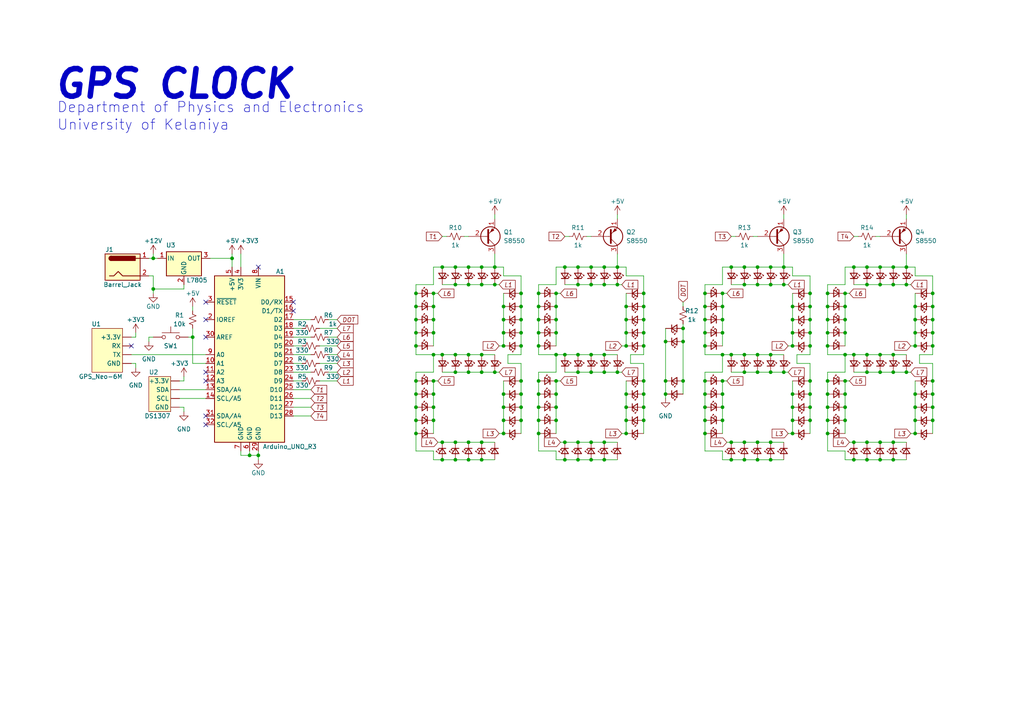
<source format=kicad_sch>
(kicad_sch (version 20211123) (generator eeschema)
  (paper "A4")
  (title_block (title "GPS CLOCK") (date "2022-02-22") (rev "R1") (company "University of Kelaniya") (comment 1 "Department of Physics and Electronics") (comment 2 "version: 1.0") (comment 3 "Description: The clock automatically synchronizes its time once everyday with the GPS time") (comment 4 "Project Name: GPS CLOCK"))
  (junction (at 240.03 96.52))
  (junction (at 151.13 114.3))
  (junction (at 215.9 133.35))
  (junction (at 167.64 107.95))
  (junction (at 186.69 92.71))
  (junction (at 143.51 82.55))
  (junction (at 209.55 121.92))
  (junction (at 156.21 114.3))
  (junction (at 234.95 88.9))
  (junction (at 215.9 102.87))
  (junction (at 156.21 96.52))
  (junction (at 247.65 128.27))
  (junction (at 209.55 110.49))
  (junction (at 161.29 88.9))
  (junction (at 163.83 102.87))
  (junction (at 125.73 118.11))
  (junction (at 181.61 96.52))
  (junction (at 270.51 92.71))
  (junction (at 209.55 88.9))
  (junction (at 143.51 77.47))
  (junction (at 120.65 118.11))
  (junction (at 223.52 77.47))
  (junction (at 175.26 133.35))
  (junction (at 259.08 82.55))
  (junction (at 135.89 107.95))
  (junction (at 175.26 128.27))
  (junction (at 270.51 121.92))
  (junction (at 132.08 82.55))
  (junction (at 186.69 110.49))
  (junction (at 265.43 92.71))
  (junction (at 171.45 128.27))
  (junction (at 245.11 121.92))
  (junction (at 186.69 114.3))
  (junction (at 227.33 82.55))
  (junction (at 156.21 110.49))
  (junction (at 240.03 88.9))
  (junction (at 251.46 82.55))
  (junction (at 223.52 107.95))
  (junction (at 132.08 128.27))
  (junction (at 44.45 74.93))
  (junction (at 171.45 102.87))
  (junction (at 245.11 110.49))
  (junction (at 186.69 88.9))
  (junction (at 204.47 110.49))
  (junction (at 262.89 82.55))
  (junction (at 255.27 77.47))
  (junction (at 120.65 100.33))
  (junction (at 181.61 100.33))
  (junction (at 167.64 102.87))
  (junction (at 198.12 110.49))
  (junction (at 223.52 128.27))
  (junction (at 240.03 85.09))
  (junction (at 135.89 133.35))
  (junction (at 146.05 96.52))
  (junction (at 161.29 121.92))
  (junction (at 270.51 88.9))
  (junction (at 215.9 107.95))
  (junction (at 151.13 88.9))
  (junction (at 240.03 92.71))
  (junction (at 44.45 83.82))
  (junction (at 265.43 114.3))
  (junction (at 125.73 96.52))
  (junction (at 135.89 77.47))
  (junction (at 156.21 125.73))
  (junction (at 227.33 77.47))
  (junction (at 245.11 85.09))
  (junction (at 167.64 77.47))
  (junction (at 229.87 121.92))
  (junction (at 161.29 85.09))
  (junction (at 270.51 85.09))
  (junction (at 128.27 77.47))
  (junction (at 255.27 102.87))
  (junction (at 204.47 100.33))
  (junction (at 223.52 133.35))
  (junction (at 229.87 92.71))
  (junction (at 204.47 92.71))
  (junction (at 265.43 125.73))
  (junction (at 259.08 102.87))
  (junction (at 219.71 107.95))
  (junction (at 198.12 95.25))
  (junction (at 151.13 118.11))
  (junction (at 128.27 102.87))
  (junction (at 251.46 133.35))
  (junction (at 161.29 110.49))
  (junction (at 259.08 133.35))
  (junction (at 181.61 88.9))
  (junction (at 234.95 118.11))
  (junction (at 163.83 133.35))
  (junction (at 219.71 102.87))
  (junction (at 167.64 133.35))
  (junction (at 234.95 110.49))
  (junction (at 171.45 133.35))
  (junction (at 215.9 128.27))
  (junction (at 139.7 107.95))
  (junction (at 262.89 77.47))
  (junction (at 125.73 110.49))
  (junction (at 139.7 128.27))
  (junction (at 161.29 114.3))
  (junction (at 229.87 118.11))
  (junction (at 156.21 85.09))
  (junction (at 132.08 102.87))
  (junction (at 151.13 85.09))
  (junction (at 251.46 102.87))
  (junction (at 146.05 88.9))
  (junction (at 229.87 96.52))
  (junction (at 67.31 74.93))
  (junction (at 181.61 114.3))
  (junction (at 151.13 92.71))
  (junction (at 125.73 85.09))
  (junction (at 234.95 85.09))
  (junction (at 128.27 128.27))
  (junction (at 223.52 102.87))
  (junction (at 209.55 102.87))
  (junction (at 265.43 100.33))
  (junction (at 132.08 77.47))
  (junction (at 212.09 77.47))
  (junction (at 270.51 114.3))
  (junction (at 247.65 77.47))
  (junction (at 186.69 96.52))
  (junction (at 175.26 102.87))
  (junction (at 120.65 96.52))
  (junction (at 215.9 82.55))
  (junction (at 219.71 133.35))
  (junction (at 259.08 77.47))
  (junction (at 240.03 114.3))
  (junction (at 181.61 118.11))
  (junction (at 135.89 82.55))
  (junction (at 179.07 82.55))
  (junction (at 245.11 92.71))
  (junction (at 247.65 102.87))
  (junction (at 219.71 77.47))
  (junction (at 251.46 77.47))
  (junction (at 212.09 102.87))
  (junction (at 255.27 82.55))
  (junction (at 204.47 85.09))
  (junction (at 204.47 125.73))
  (junction (at 120.65 121.92))
  (junction (at 193.04 114.3))
  (junction (at 240.03 125.73))
  (junction (at 270.51 110.49))
  (junction (at 209.55 85.09))
  (junction (at 186.69 118.11))
  (junction (at 234.95 96.52))
  (junction (at 151.13 121.92))
  (junction (at 240.03 118.11))
  (junction (at 234.95 114.3))
  (junction (at 255.27 107.95))
  (junction (at 156.21 100.33))
  (junction (at 125.73 121.92))
  (junction (at 240.03 110.49))
  (junction (at 132.08 133.35))
  (junction (at 186.69 85.09))
  (junction (at 262.89 107.95))
  (junction (at 204.47 96.52))
  (junction (at 209.55 96.52))
  (junction (at 146.05 92.71))
  (junction (at 181.61 121.92))
  (junction (at 146.05 100.33))
  (junction (at 234.95 92.71))
  (junction (at 251.46 107.95))
  (junction (at 171.45 77.47))
  (junction (at 156.21 118.11))
  (junction (at 247.65 133.35))
  (junction (at 223.52 82.55))
  (junction (at 163.83 128.27))
  (junction (at 229.87 88.9))
  (junction (at 265.43 96.52))
  (junction (at 175.26 82.55))
  (junction (at 171.45 107.95))
  (junction (at 120.65 125.73))
  (junction (at 212.09 133.35))
  (junction (at 146.05 118.11))
  (junction (at 161.29 92.71))
  (junction (at 132.08 107.95))
  (junction (at 204.47 114.3))
  (junction (at 229.87 125.73))
  (junction (at 151.13 110.49))
  (junction (at 209.55 118.11))
  (junction (at 259.08 128.27))
  (junction (at 251.46 128.27))
  (junction (at 245.11 88.9))
  (junction (at 234.95 100.33))
  (junction (at 229.87 114.3))
  (junction (at 167.64 128.27))
  (junction (at 240.03 100.33))
  (junction (at 55.88 97.79))
  (junction (at 156.21 121.92))
  (junction (at 151.13 100.33))
  (junction (at 139.7 102.87))
  (junction (at 186.69 100.33))
  (junction (at 139.7 133.35))
  (junction (at 143.51 107.95))
  (junction (at 120.65 92.71))
  (junction (at 204.47 121.92))
  (junction (at 179.07 77.47))
  (junction (at 209.55 114.3))
  (junction (at 227.33 107.95))
  (junction (at 120.65 85.09))
  (junction (at 219.71 128.27))
  (junction (at 161.29 96.52))
  (junction (at 135.89 102.87))
  (junction (at 245.11 118.11))
  (junction (at 120.65 114.3))
  (junction (at 198.12 99.06))
  (junction (at 171.45 82.55))
  (junction (at 270.51 96.52))
  (junction (at 151.13 96.52))
  (junction (at 245.11 96.52))
  (junction (at 204.47 118.11))
  (junction (at 193.04 110.49))
  (junction (at 265.43 121.92))
  (junction (at 139.7 82.55))
  (junction (at 181.61 125.73))
  (junction (at 234.95 121.92))
  (junction (at 125.73 92.71))
  (junction (at 245.11 102.87))
  (junction (at 72.39 132.08))
  (junction (at 139.7 77.47))
  (junction (at 125.73 102.87))
  (junction (at 125.73 114.3))
  (junction (at 74.93 132.08))
  (junction (at 209.55 92.71))
  (junction (at 259.08 107.95))
  (junction (at 135.89 128.27))
  (junction (at 240.03 121.92))
  (junction (at 219.71 82.55))
  (junction (at 120.65 88.9))
  (junction (at 204.47 88.9))
  (junction (at 167.64 82.55))
  (junction (at 125.73 88.9))
  (junction (at 215.9 77.47))
  (junction (at 193.04 99.06))
  (junction (at 181.61 92.71))
  (junction (at 175.26 107.95))
  (junction (at 161.29 118.11))
  (junction (at 175.26 77.47))
  (junction (at 128.27 133.35))
  (junction (at 156.21 88.9))
  (junction (at 245.11 114.3))
  (junction (at 265.43 118.11))
  (junction (at 146.05 125.73))
  (junction (at 255.27 133.35))
  (junction (at 186.69 121.92))
  (junction (at 120.65 110.49))
  (junction (at 255.27 128.27))
  (junction (at 212.09 128.27))
  (junction (at 229.87 100.33))
  (junction (at 163.83 77.47))
  (junction (at 156.21 92.71))
  (junction (at 179.07 107.95))
  (junction (at 270.51 100.33))
  (junction (at 146.05 121.92))
  (junction (at 161.29 102.87))
  (junction (at 146.05 114.3))
  (junction (at 265.43 88.9))
  (junction (at 270.51 118.11))
  (no_connect (at 59.69 123.19))
  (no_connect (at 59.69 120.65))
  (no_connect (at 59.69 87.63))
  (no_connect (at 38.1 100.33))
  (no_connect (at 85.09 87.63))
  (no_connect (at 59.69 92.71))
  (no_connect (at 59.69 97.79))
  (no_connect (at 59.69 110.49))
  (no_connect (at 74.93 77.47))
  (no_connect (at 59.69 107.95))
  (no_connect (at 85.09 90.17))
  (wire (pts (xy 215.9 82.55) (xy 219.71 82.55)))
  (wire (pts (xy 128.27 133.35) (xy 132.08 133.35)))
  (wire (pts (xy 240.03 114.3) (xy 240.03 118.11)))
  (wire (pts (xy 245.11 133.35) (xy 247.65 133.35)))
  (wire (pts (xy 204.47 100.33) (xy 204.47 102.87)))
  (wire (pts (xy 270.51 102.87) (xy 266.7 102.87)))
  (wire (pts (xy 167.64 102.87) (xy 171.45 102.87)))
  (wire (pts (xy 161.29 102.87) (xy 161.29 107.95)))
  (wire (pts (xy 229.87 92.71) (xy 229.87 96.52)))
  (wire (pts (xy 85.09 118.11) (xy 90.17 118.11)))
  (wire (pts (xy 259.08 102.87) (xy 262.89 102.87)))
  (wire (pts (xy 125.73 82.55) (xy 125.73 77.47)))
  (wire (pts (xy 265.43 114.3) (xy 265.43 118.11)))
  (wire (pts (xy 39.37 105.41) (xy 38.1 105.41)))
  (wire (pts (xy 259.08 107.95) (xy 262.89 107.95)))
  (wire (pts (xy 125.73 110.49) (xy 125.73 114.3)))
  (wire (pts (xy 128.27 77.47) (xy 132.08 77.47)))
  (wire (pts (xy 181.61 80.01) (xy 186.69 80.01)))
  (wire (pts (xy 151.13 118.11) (xy 151.13 121.92)))
  (wire (pts (xy 219.71 107.95) (xy 223.52 107.95)))
  (wire (pts (xy 245.11 121.92) (xy 245.11 125.73)))
  (wire (pts (xy 262.89 77.47) (xy 265.43 77.47)))
  (wire (pts (xy 266.7 105.41) (xy 270.51 105.41)))
  (wire (pts (xy 146.05 92.71) (xy 146.05 96.52)))
  (wire (pts (xy 125.73 114.3) (xy 125.73 118.11)))
  (wire (pts (xy 219.71 133.35) (xy 223.52 133.35)))
  (wire (pts (xy 186.69 102.87) (xy 182.88 102.87)))
  (wire (pts (xy 44.45 74.93) (xy 45.72 74.93)))
  (wire (pts (xy 161.29 118.11) (xy 161.29 121.92)))
  (wire (pts (xy 259.08 128.27) (xy 262.89 128.27)))
  (wire (pts (xy 151.13 114.3) (xy 151.13 118.11)))
  (wire (pts (xy 204.47 125.73) (xy 204.47 130.81)))
  (wire (pts (xy 251.46 82.55) (xy 255.27 82.55)))
  (wire (pts (xy 175.26 77.47) (xy 179.07 77.47)))
  (wire (pts (xy 259.08 133.35) (xy 262.89 133.35)))
  (wire (pts (xy 234.95 110.49) (xy 234.95 114.3)))
  (wire (pts (xy 125.73 133.35) (xy 128.27 133.35)))
  (wire (pts (xy 146.05 118.11) (xy 146.05 121.92)))
  (wire (pts (xy 181.61 88.9) (xy 181.61 92.71)))
  (wire (pts (xy 171.45 128.27) (xy 175.26 128.27)))
  (wire (pts (xy 139.7 82.55) (xy 143.51 82.55)))
  (wire (pts (xy 95.25 107.95) (xy 97.79 107.95)))
  (wire (pts (xy 270.51 118.11) (xy 270.51 121.92)))
  (wire (pts (xy 223.52 128.27) (xy 227.33 128.27)))
  (wire (pts (xy 223.52 133.35) (xy 227.33 133.35)))
  (wire (pts (xy 92.71 110.49) (xy 97.79 110.49)))
  (wire (pts (xy 179.07 62.23) (xy 179.07 63.5)))
  (wire (pts (xy 204.47 107.95) (xy 204.47 110.49)))
  (wire (pts (xy 69.85 130.81) (xy 69.85 132.08)))
  (wire (pts (xy 180.34 100.33) (xy 181.61 100.33)))
  (wire (pts (xy 234.95 102.87) (xy 231.14 102.87)))
  (wire (pts (xy 234.95 114.3) (xy 234.95 118.11)))
  (wire (pts (xy 223.52 107.95) (xy 227.33 107.95)))
  (wire (pts (xy 218.44 68.58) (xy 219.71 68.58)))
  (wire (pts (xy 132.08 102.87) (xy 135.89 102.87)))
  (wire (pts (xy 209.55 121.92) (xy 209.55 125.73)))
  (wire (pts (xy 120.65 125.73) (xy 120.65 130.81)))
  (wire (pts (xy 72.39 130.81) (xy 72.39 132.08)))
  (wire (pts (xy 186.69 92.71) (xy 186.69 96.52)))
  (wire (pts (xy 179.07 73.66) (xy 179.07 77.47)))
  (wire (pts (xy 209.55 85.09) (xy 209.55 88.9)))
  (wire (pts (xy 245.11 110.49) (xy 245.11 114.3)))
  (wire (pts (xy 135.89 133.35) (xy 139.7 133.35)))
  (wire (pts (xy 95.25 97.79) (xy 97.79 97.79)))
  (wire (pts (xy 209.55 82.55) (xy 209.55 77.47)))
  (wire (pts (xy 234.95 105.41) (xy 234.95 110.49)))
  (wire (pts (xy 161.29 92.71) (xy 161.29 96.52)))
  (wire (pts (xy 240.03 125.73) (xy 240.03 130.81)))
  (wire (pts (xy 245.11 92.71) (xy 245.11 96.52)))
  (wire (pts (xy 125.73 130.81) (xy 125.73 133.35)))
  (wire (pts (xy 247.65 77.47) (xy 251.46 77.47)))
  (wire (pts (xy 240.03 107.95) (xy 240.03 110.49)))
  (wire (pts (xy 204.47 96.52) (xy 204.47 100.33)))
  (wire (pts (xy 228.6 125.73) (xy 229.87 125.73)))
  (wire (pts (xy 146.05 80.01) (xy 151.13 80.01)))
  (wire (pts (xy 212.09 77.47) (xy 215.9 77.47)))
  (wire (pts (xy 209.55 110.49) (xy 209.55 114.3)))
  (wire (pts (xy 270.51 96.52) (xy 270.51 100.33)))
  (wire (pts (xy 175.26 128.27) (xy 179.07 128.27)))
  (wire (pts (xy 171.45 82.55) (xy 175.26 82.55)))
  (wire (pts (xy 181.61 92.71) (xy 181.61 96.52)))
  (wire (pts (xy 247.65 128.27) (xy 251.46 128.27)))
  (wire (pts (xy 193.04 95.25) (xy 193.04 99.06)))
  (wire (pts (xy 212.09 68.58) (xy 213.36 68.58)))
  (wire (pts (xy 265.43 118.11) (xy 265.43 121.92)))
  (wire (pts (xy 120.65 100.33) (xy 120.65 102.87)))
  (wire (pts (xy 204.47 92.71) (xy 204.47 96.52)))
  (wire (pts (xy 270.51 121.92) (xy 270.51 125.73)))
  (wire (pts (xy 132.08 77.47) (xy 135.89 77.47)))
  (wire (pts (xy 179.07 77.47) (xy 181.61 77.47)))
  (wire (pts (xy 156.21 100.33) (xy 156.21 102.87)))
  (wire (pts (xy 95.25 102.87) (xy 97.79 102.87)))
  (wire (pts (xy 229.87 80.01) (xy 234.95 80.01)))
  (wire (pts (xy 175.26 133.35) (xy 179.07 133.35)))
  (wire (pts (xy 209.55 85.09) (xy 210.82 85.09)))
  (wire (pts (xy 262.89 82.55) (xy 264.16 82.55)))
  (wire (pts (xy 247.65 102.87) (xy 251.46 102.87)))
  (wire (pts (xy 120.65 130.81) (xy 125.73 130.81)))
  (wire (pts (xy 161.29 77.47) (xy 163.83 77.47)))
  (wire (pts (xy 125.73 118.11) (xy 125.73 121.92)))
  (wire (pts (xy 125.73 92.71) (xy 125.73 96.52)))
  (wire (pts (xy 147.32 102.87) (xy 147.32 105.41)))
  (wire (pts (xy 55.88 97.79) (xy 54.61 97.79)))
  (wire (pts (xy 212.09 107.95) (xy 215.9 107.95)))
  (wire (pts (xy 223.52 102.87) (xy 227.33 102.87)))
  (wire (pts (xy 151.13 80.01) (xy 151.13 85.09)))
  (wire (pts (xy 186.69 118.11) (xy 186.69 121.92)))
  (wire (pts (xy 229.87 118.11) (xy 229.87 121.92)))
  (wire (pts (xy 44.45 83.82) (xy 44.45 85.09)))
  (wire (pts (xy 175.26 102.87) (xy 179.07 102.87)))
  (wire (pts (xy 229.87 85.09) (xy 229.87 88.9)))
  (wire (pts (xy 215.9 128.27) (xy 219.71 128.27)))
  (wire (pts (xy 245.11 85.09) (xy 245.11 88.9)))
  (wire (pts (xy 186.69 96.52) (xy 186.69 100.33)))
  (wire (pts (xy 186.69 121.92) (xy 186.69 125.73)))
  (wire (pts (xy 215.9 107.95) (xy 219.71 107.95)))
  (wire (pts (xy 182.88 102.87) (xy 182.88 105.41)))
  (wire (pts (xy 209.55 96.52) (xy 209.55 100.33)))
  (wire (pts (xy 151.13 100.33) (xy 151.13 102.87)))
  (wire (pts (xy 167.64 82.55) (xy 171.45 82.55)))
  (wire (pts (xy 156.21 85.09) (xy 156.21 88.9)))
  (wire (pts (xy 146.05 110.49) (xy 146.05 114.3)))
  (wire (pts (xy 247.65 133.35) (xy 251.46 133.35)))
  (wire (pts (xy 255.27 128.27) (xy 259.08 128.27)))
  (wire (pts (xy 245.11 114.3) (xy 245.11 118.11)))
  (wire (pts (xy 212.09 82.55) (xy 215.9 82.55)))
  (wire (pts (xy 240.03 85.09) (xy 240.03 82.55)))
  (wire (pts (xy 259.08 77.47) (xy 262.89 77.47)))
  (wire (pts (xy 227.33 62.23) (xy 227.33 63.5)))
  (wire (pts (xy 132.08 133.35) (xy 135.89 133.35)))
  (wire (pts (xy 85.09 97.79) (xy 90.17 97.79)))
  (wire (pts (xy 209.55 102.87) (xy 212.09 102.87)))
  (wire (pts (xy 215.9 102.87) (xy 219.71 102.87)))
  (wire (pts (xy 262.89 73.66) (xy 262.89 77.47)))
  (wire (pts (xy 212.09 102.87) (xy 215.9 102.87)))
  (wire (pts (xy 227.33 77.47) (xy 229.87 77.47)))
  (wire (pts (xy 53.34 83.82) (xy 53.34 82.55)))
  (wire (pts (xy 139.7 128.27) (xy 143.51 128.27)))
  (wire (pts (xy 209.55 88.9) (xy 209.55 92.71)))
  (wire (pts (xy 251.46 133.35) (xy 255.27 133.35)))
  (wire (pts (xy 234.95 96.52) (xy 234.95 100.33)))
  (wire (pts (xy 135.89 102.87) (xy 139.7 102.87)))
  (wire (pts (xy 163.83 82.55) (xy 167.64 82.55)))
  (wire (pts (xy 161.29 110.49) (xy 161.29 114.3)))
  (wire (pts (xy 120.65 85.09) (xy 120.65 82.55)))
  (wire (pts (xy 85.09 120.65) (xy 90.17 120.65)))
  (wire (pts (xy 85.09 107.95) (xy 90.17 107.95)))
  (wire (pts (xy 156.21 92.71) (xy 156.21 96.52)))
  (wire (pts (xy 215.9 133.35) (xy 219.71 133.35)))
  (wire (pts (xy 255.27 102.87) (xy 259.08 102.87)))
  (wire (pts (xy 245.11 107.95) (xy 240.03 107.95)))
  (wire (pts (xy 259.08 82.55) (xy 262.89 82.55)))
  (wire (pts (xy 135.89 82.55) (xy 139.7 82.55)))
  (wire (pts (xy 55.88 95.25) (xy 55.88 97.79)))
  (wire (pts (xy 151.13 88.9) (xy 151.13 92.71)))
  (wire (pts (xy 186.69 85.09) (xy 186.69 88.9)))
  (wire (pts (xy 186.69 80.01) (xy 186.69 85.09)))
  (wire (pts (xy 240.03 121.92) (xy 240.03 125.73)))
  (wire (pts (xy 234.95 100.33) (xy 234.95 102.87)))
  (wire (pts (xy 92.71 95.25) (xy 97.79 95.25)))
  (wire (pts (xy 240.03 96.52) (xy 240.03 100.33)))
  (wire (pts (xy 181.61 118.11) (xy 181.61 121.92)))
  (wire (pts (xy 212.09 133.35) (xy 215.9 133.35)))
  (wire (pts (xy 55.88 105.41) (xy 59.69 105.41)))
  (wire (pts (xy 255.27 133.35) (xy 259.08 133.35)))
  (wire (pts (xy 240.03 92.71) (xy 240.03 96.52)))
  (wire (pts (xy 179.07 107.95) (xy 180.34 107.95)))
  (wire (pts (xy 270.51 105.41) (xy 270.51 110.49)))
  (wire (pts (xy 171.45 77.47) (xy 175.26 77.47)))
  (wire (pts (xy 44.45 97.79) (xy 43.18 97.79)))
  (wire (pts (xy 245.11 88.9) (xy 245.11 92.71)))
  (wire (pts (xy 270.51 100.33) (xy 270.51 102.87)))
  (wire (pts (xy 186.69 105.41) (xy 186.69 110.49)))
  (wire (pts (xy 38.1 102.87) (xy 59.69 102.87)))
  (wire (pts (xy 193.04 99.06) (xy 193.04 110.49)))
  (wire (pts (xy 151.13 102.87) (xy 147.32 102.87)))
  (wire (pts (xy 139.7 133.35) (xy 143.51 133.35)))
  (wire (pts (xy 92.71 105.41) (xy 97.79 105.41)))
  (wire (pts (xy 240.03 102.87) (xy 245.11 102.87)))
  (wire (pts (xy 128.27 82.55) (xy 132.08 82.55)))
  (wire (pts (xy 143.51 107.95) (xy 144.78 107.95)))
  (wire (pts (xy 125.73 102.87) (xy 128.27 102.87)))
  (wire (pts (xy 44.45 80.01) (xy 44.45 83.82)))
  (wire (pts (xy 139.7 102.87) (xy 143.51 102.87)))
  (wire (pts (xy 255.27 107.95) (xy 259.08 107.95)))
  (wire (pts (xy 163.83 102.87) (xy 167.64 102.87)))
  (wire (pts (xy 128.27 107.95) (xy 132.08 107.95)))
  (wire (pts (xy 204.47 88.9) (xy 204.47 92.71)))
  (wire (pts (xy 245.11 77.47) (xy 247.65 77.47)))
  (wire (pts (xy 85.09 102.87) (xy 90.17 102.87)))
  (wire (pts (xy 120.65 118.11) (xy 120.65 121.92)))
  (wire (pts (xy 204.47 114.3) (xy 204.47 118.11)))
  (wire (pts (xy 161.29 130.81) (xy 161.29 133.35)))
  (wire (pts (xy 240.03 88.9) (xy 240.03 92.71)))
  (wire (pts (xy 156.21 107.95) (xy 156.21 110.49)))
  (wire (pts (xy 85.09 92.71) (xy 90.17 92.71)))
  (wire (pts (xy 204.47 102.87) (xy 209.55 102.87)))
  (wire (pts (xy 144.78 100.33) (xy 146.05 100.33)))
  (wire (pts (xy 161.29 107.95) (xy 156.21 107.95)))
  (wire (pts (xy 262.89 107.95) (xy 264.16 107.95)))
  (wire (pts (xy 120.65 88.9) (xy 120.65 92.71)))
  (wire (pts (xy 120.65 82.55) (xy 125.73 82.55)))
  (wire (pts (xy 229.87 121.92) (xy 229.87 125.73)))
  (wire (pts (xy 132.08 107.95) (xy 135.89 107.95)))
  (wire (pts (xy 270.51 110.49) (xy 270.51 114.3)))
  (wire (pts (xy 156.21 85.09) (xy 156.21 82.55)))
  (wire (pts (xy 254 68.58) (xy 255.27 68.58)))
  (wire (pts (xy 139.7 107.95) (xy 143.51 107.95)))
  (wire (pts (xy 209.55 114.3) (xy 209.55 118.11)))
  (wire (pts (xy 227.33 73.66) (xy 227.33 77.47)))
  (wire (pts (xy 247.65 107.95) (xy 251.46 107.95)))
  (wire (pts (xy 247.65 68.58) (xy 248.92 68.58)))
  (wire (pts (xy 120.65 114.3) (xy 120.65 118.11)))
  (wire (pts (xy 245.11 102.87) (xy 247.65 102.87)))
  (wire (pts (xy 186.69 88.9) (xy 186.69 92.71)))
  (wire (pts (xy 135.89 77.47) (xy 139.7 77.47)))
  (wire (pts (xy 161.29 82.55) (xy 161.29 77.47)))
  (wire (pts (xy 240.03 82.55) (xy 245.11 82.55)))
  (wire (pts (xy 245.11 118.11) (xy 245.11 121.92)))
  (wire (pts (xy 43.18 74.93) (xy 44.45 74.93)))
  (wire (pts (xy 161.29 133.35) (xy 163.83 133.35)))
  (wire (pts (xy 55.88 97.79) (xy 55.88 105.41)))
  (wire (pts (xy 52.07 110.49) (xy 53.34 110.49)))
  (wire (pts (xy 209.55 130.81) (xy 209.55 133.35)))
  (wire (pts (xy 228.6 100.33) (xy 229.87 100.33)))
  (wire (pts (xy 69.85 132.08) (xy 72.39 132.08)))
  (wire (pts (xy 209.55 118.11) (xy 209.55 121.92)))
  (wire (pts (xy 266.7 102.87) (xy 266.7 105.41)))
  (wire (pts (xy 43.18 97.79) (xy 43.18 99.06)))
  (wire (pts (xy 74.93 132.08) (xy 74.93 133.35)))
  (wire (pts (xy 167.64 133.35) (xy 171.45 133.35)))
  (wire (pts (xy 156.21 110.49) (xy 156.21 114.3)))
  (wire (pts (xy 85.09 115.57) (xy 90.17 115.57)))
  (wire (pts (xy 143.51 77.47) (xy 146.05 77.47)))
  (wire (pts (xy 132.08 82.55) (xy 135.89 82.55)))
  (wire (pts (xy 146.05 96.52) (xy 146.05 100.33)))
  (wire (pts (xy 120.65 110.49) (xy 120.65 114.3)))
  (wire (pts (xy 180.34 125.73) (xy 181.61 125.73)))
  (wire (pts (xy 52.07 115.57) (xy 59.69 115.57)))
  (wire (pts (xy 163.83 77.47) (xy 167.64 77.47)))
  (wire (pts (xy 120.65 102.87) (xy 125.73 102.87)))
  (wire (pts (xy 270.51 88.9) (xy 270.51 92.71)))
  (wire (pts (xy 247.65 82.55) (xy 251.46 82.55)))
  (wire (pts (xy 181.61 77.47) (xy 181.61 80.01)))
  (wire (pts (xy 209.55 107.95) (xy 204.47 107.95)))
  (wire (pts (xy 85.09 113.03) (xy 90.17 113.03)))
  (wire (pts (xy 204.47 110.49) (xy 204.47 114.3)))
  (wire (pts (xy 156.21 125.73) (xy 156.21 130.81)))
  (wire (pts (xy 231.14 102.87) (xy 231.14 105.41)))
  (wire (pts (xy 265.43 77.47) (xy 265.43 80.01)))
  (wire (pts (xy 186.69 110.49) (xy 186.69 114.3)))
  (wire (pts (xy 227.33 107.95) (xy 228.6 107.95)))
  (wire (pts (xy 223.52 82.55) (xy 227.33 82.55)))
  (wire (pts (xy 132.08 128.27) (xy 135.89 128.27)))
  (wire (pts (xy 219.71 82.55) (xy 223.52 82.55)))
  (wire (pts (xy 231.14 105.41) (xy 234.95 105.41)))
  (wire (pts (xy 240.03 118.11) (xy 240.03 121.92)))
  (wire (pts (xy 229.87 77.47) (xy 229.87 80.01)))
  (wire (pts (xy 186.69 114.3) (xy 186.69 118.11)))
  (wire (pts (xy 229.87 114.3) (xy 229.87 118.11)))
  (wire (pts (xy 265.43 88.9) (xy 265.43 92.71)))
  (wire (pts (xy 156.21 118.11) (xy 156.21 121.92)))
  (wire (pts (xy 156.21 88.9) (xy 156.21 92.71)))
  (wire (pts (xy 175.26 82.55) (xy 179.07 82.55)))
  (wire (pts (xy 255.27 82.55) (xy 259.08 82.55)))
  (wire (pts (xy 270.51 85.09) (xy 270.51 88.9)))
  (wire (pts (xy 234.95 118.11) (xy 234.95 121.92)))
  (wire (pts (xy 143.51 73.66) (xy 143.51 77.47)))
  (wire (pts (xy 125.73 121.92) (xy 125.73 125.73)))
  (wire (pts (xy 265.43 121.92) (xy 265.43 125.73)))
  (wire (pts (xy 181.61 121.92) (xy 181.61 125.73)))
  (wire (pts (xy 219.71 77.47) (xy 223.52 77.47)))
  (wire (pts (xy 151.13 96.52) (xy 151.13 100.33)))
  (wire (pts (xy 44.45 83.82) (xy 53.34 83.82)))
  (wire (pts (xy 229.87 110.49) (xy 229.87 114.3)))
  (wire (pts (xy 72.39 132.08) (xy 74.93 132.08)))
  (wire (pts (xy 209.55 133.35) (xy 212.09 133.35)))
  (wire (pts (xy 161.29 88.9) (xy 161.29 92.71)))
  (wire (pts (xy 120.65 121.92) (xy 120.65 125.73)))
  (wire (pts (xy 171.45 133.35) (xy 175.26 133.35)))
  (wire (pts (xy 161.29 114.3) (xy 161.29 118.11)))
  (wire (pts (xy 161.29 85.09) (xy 162.56 85.09)))
  (wire (pts (xy 163.83 133.35) (xy 167.64 133.35)))
  (wire (pts (xy 229.87 96.52) (xy 229.87 100.33)))
  (wire (pts (xy 67.31 74.93) (xy 60.96 74.93)))
  (wire (pts (xy 245.11 130.81) (xy 245.11 133.35)))
  (wire (pts (xy 181.61 85.09) (xy 181.61 88.9)))
  (wire (pts (xy 186.69 100.33) (xy 186.69 102.87)))
  (wire (pts (xy 67.31 73.66) (xy 67.31 74.93)))
  (wire (pts (xy 264.16 100.33) (xy 265.43 100.33)))
  (wire (pts (xy 151.13 121.92) (xy 151.13 125.73)))
  (wire (pts (xy 240.03 85.09) (xy 240.03 88.9)))
  (wire (pts (xy 265.43 96.52) (xy 265.43 100.33)))
  (wire (pts (xy 135.89 128.27) (xy 139.7 128.27)))
  (wire (pts (xy 198.12 87.63) (xy 198.12 88.9)))
  (wire (pts (xy 53.34 118.11) (xy 52.07 118.11)))
  (wire (pts (xy 44.45 73.66) (xy 44.45 74.93)))
  (wire (pts (xy 215.9 77.47) (xy 219.71 77.47)))
  (wire (pts (xy 161.29 85.09) (xy 161.29 88.9)))
  (wire (pts (xy 246.38 128.27) (xy 247.65 128.27)))
  (wire (pts (xy 134.62 68.58) (xy 135.89 68.58)))
  (wire (pts (xy 163.83 68.58) (xy 165.1 68.58)))
  (wire (pts (xy 245.11 110.49) (xy 246.38 110.49)))
  (wire (pts (xy 135.89 107.95) (xy 139.7 107.95)))
  (wire (pts (xy 85.09 100.33) (xy 87.63 100.33)))
  (wire (pts (xy 245.11 96.52) (xy 245.11 100.33)))
  (wire (pts (xy 146.05 88.9) (xy 146.05 92.71)))
  (wire (pts (xy 240.03 100.33) (xy 240.03 102.87)))
  (wire (pts (xy 39.37 96.52) (xy 39.37 97.79)))
  (wire (pts (xy 139.7 77.47) (xy 143.51 77.47)))
  (wire (pts (xy 147.32 105.41) (xy 151.13 105.41)))
  (wire (pts (xy 204.47 121.92) (xy 204.47 125.73)))
  (wire (pts (xy 264.16 125.73) (xy 265.43 125.73)))
  (wire (pts (xy 120.65 85.09) (xy 120.65 88.9)))
  (wire (pts (xy 251.46 102.87) (xy 255.27 102.87)))
  (wire (pts (xy 127 128.27) (xy 128.27 128.27)))
  (wire (pts (xy 270.51 114.3) (xy 270.51 118.11)))
  (wire (pts (xy 162.56 128.27) (xy 163.83 128.27)))
  (wire (pts (xy 240.03 130.81) (xy 245.11 130.81)))
  (wire (pts (xy 182.88 105.41) (xy 186.69 105.41)))
  (wire (pts (xy 156.21 130.81) (xy 161.29 130.81)))
  (wire (pts (xy 151.13 110.49) (xy 151.13 114.3)))
  (wire (pts (xy 270.51 92.71) (xy 270.51 96.52)))
  (wire (pts (xy 151.13 105.41) (xy 151.13 110.49)))
  (wire (pts (xy 125.73 102.87) (xy 125.73 107.95)))
  (wire (pts (xy 128.27 128.27) (xy 132.08 128.27)))
  (wire (pts (xy 265.43 92.71) (xy 265.43 96.52)))
  (wire (pts (xy 181.61 114.3) (xy 181.61 118.11)))
  (wire (pts (xy 143.51 82.55) (xy 144.78 82.55)))
  (wire (pts (xy 125.73 107.95) (xy 120.65 107.95)))
  (wire (pts (xy 125.73 96.52) (xy 125.73 100.33)))
  (wire (pts (xy 85.09 105.41) (xy 87.63 105.41)))
  (wire (pts (xy 85.09 110.49) (xy 87.63 110.49)))
  (wire (pts (xy 234.95 92.71) (xy 234.95 96.52)))
  (wire (pts (xy 270.51 80.01) (xy 270.51 85.09)))
  (wire (pts (xy 209.55 110.49) (xy 210.82 110.49)))
  (wire (pts (xy 144.78 125.73) (xy 146.05 125.73)))
  (wire (pts (xy 251.46 77.47) (xy 255.27 77.47)))
  (wire (pts (xy 128.27 102.87) (xy 132.08 102.87)))
  (wire (pts (xy 193.04 110.49) (xy 193.04 114.3)))
  (wire (pts (xy 219.71 128.27) (xy 223.52 128.27)))
  (wire (pts (xy 171.45 107.95) (xy 175.26 107.95)))
  (wire (pts (xy 170.18 68.58) (xy 171.45 68.58)))
  (wire (pts (xy 245.11 85.09) (xy 246.38 85.09)))
  (wire (pts (xy 179.07 82.55) (xy 180.34 82.55)))
  (wire (pts (xy 146.05 121.92) (xy 146.05 125.73)))
  (wire (pts (xy 234.95 85.09) (xy 234.95 88.9)))
  (wire (pts (xy 209.55 92.71) (xy 209.55 96.52)))
  (wire (pts (xy 181.61 110.49) (xy 181.61 114.3)))
  (wire (pts (xy 85.09 95.25) (xy 87.63 95.25)))
  (wire (pts (xy 163.83 107.95) (xy 167.64 107.95)))
  (wire (pts (xy 198.12 93.98) (xy 198.12 95.25)))
  (wire (pts (xy 74.93 132.08) (xy 74.93 130.81)))
  (wire (pts (xy 204.47 118.11) (xy 204.47 121.92)))
  (wire (pts (xy 175.26 107.95) (xy 179.07 107.95)))
  (wire (pts (xy 151.13 85.09) (xy 151.13 88.9)))
  (wire (pts (xy 156.21 102.87) (xy 161.29 102.87)))
  (wire (pts (xy 161.29 110.49) (xy 162.56 110.49)))
  (wire (pts (xy 234.95 121.92) (xy 234.95 125.73)))
  (wire (pts (xy 234.95 88.9) (xy 234.95 92.71)))
  (wire (pts (xy 210.82 128.27) (xy 212.09 128.27)))
  (wire (pts (xy 128.27 68.58) (xy 129.54 68.58)))
  (wire (pts (xy 219.71 102.87) (xy 223.52 102.87)))
  (wire (pts (xy 255.27 77.47) (xy 259.08 77.47)))
  (wire (pts (xy 167.64 77.47) (xy 171.45 77.47)))
  (wire (pts (xy 120.65 96.52) (xy 120.65 100.33)))
  (wire (pts (xy 171.45 102.87) (xy 175.26 102.87)))
  (wire (pts (xy 167.64 107.95) (xy 171.45 107.95)))
  (wire (pts (xy 234.95 80.01) (xy 234.95 85.09)))
  (wire (pts (xy 198.12 99.06) (xy 198.12 110.49)))
  (wire (pts (xy 262.89 62.23) (xy 262.89 63.5)))
  (wire (pts (xy 55.88 88.9) (xy 55.88 90.17)))
  (wire (pts (xy 209.55 77.47) (xy 212.09 77.47)))
  (wire (pts (xy 212.09 128.27) (xy 215.9 128.27)))
  (wire (pts (xy 163.83 128.27) (xy 167.64 128.27)))
  (wire (pts (xy 69.85 73.66) (xy 69.85 77.47)))
  (wire (pts (xy 245.11 102.87) (xy 245.11 107.95)))
  (wire (pts (xy 125.73 88.9) (xy 125.73 92.71)))
  (wire (pts (xy 251.46 128.27) (xy 255.27 128.27)))
  (wire (pts (xy 120.65 92.71) (xy 120.65 96.52)))
  (wire (pts (xy 204.47 130.81) (xy 209.55 130.81)))
  (wire (pts (xy 156.21 121.92) (xy 156.21 125.73)))
  (wire (pts (xy 161.29 102.87) (xy 163.83 102.87)))
  (wire (pts (xy 92.71 100.33) (xy 97.79 100.33)))
  (wire (pts (xy 67.31 74.93) (xy 67.31 77.47)))
  (wire (pts (xy 245.11 82.55) (xy 245.11 77.47)))
  (wire (pts (xy 161.29 121.92) (xy 161.29 125.73)))
  (wire (pts (xy 125.73 85.09) (xy 125.73 88.9)))
  (wire (pts (xy 240.03 110.49) (xy 240.03 114.3)))
  (wire (pts (xy 265.43 85.09) (xy 265.43 88.9)))
  (wire (pts (xy 156.21 96.52) (xy 156.21 100.33)))
  (wire (pts (xy 193.04 114.3) (xy 193.04 115.57)))
  (wire (pts (xy 204.47 85.09) (xy 204.47 82.55)))
  (wire (pts (xy 39.37 106.68) (xy 39.37 105.41)))
  (wire (pts (xy 198.12 95.25) (xy 198.12 99.06)))
  (wire (pts (xy 44.45 80.01) (xy 43.18 80.01)))
  (wire (pts (xy 146.05 85.09) (xy 146.05 88.9)))
  (wire (pts (xy 120.65 107.95) (xy 120.65 110.49)))
  (wire (pts (xy 209.55 102.87) (xy 209.55 107.95)))
  (wire (pts (xy 143.51 62.23) (xy 143.51 63.5)))
  (wire (pts (xy 227.33 82.55) (xy 228.6 82.55)))
  (wire (pts (xy 125.73 85.09) (xy 127 85.09)))
  (wire (pts (xy 125.73 110.49) (xy 127 110.49)))
  (wire (pts (xy 265.43 110.49) (xy 265.43 114.3)))
  (wire (pts (xy 167.64 128.27) (xy 171.45 128.27)))
  (wire (pts (xy 251.46 107.95) (xy 255.27 107.95)))
  (wire (pts (xy 146.05 114.3) (xy 146.05 118.11)))
  (wire (pts (xy 125.73 77.47) (xy 128.27 77.47)))
  (wire (pts (xy 39.37 97.79) (xy 38.1 97.79)))
  (wire (pts (xy 151.13 92.71) (xy 151.13 96.52)))
  (wire (pts (xy 161.29 96.52) (xy 161.29 100.33)))
  (wire (pts (xy 156.21 114.3) (xy 156.21 118.11)))
  (wire (pts (xy 53.34 118.11) (xy 53.34 119.38)))
  (wire (pts (xy 146.05 77.47) (xy 146.05 80.01)))
  (wire (pts (xy 52.07 113.03) (xy 59.69 113.03)))
  (wire (pts (xy 198.12 110.49) (xy 198.12 114.3)))
  (wire (pts (xy 265.43 80.01) (xy 270.51 80.01)))
  (wire (pts (xy 229.87 88.9) (xy 229.87 92.71)))
  (wire (pts (xy 156.21 82.55) (xy 161.29 82.55)))
  (wire (pts (xy 204.47 85.09) (xy 204.47 88.9)))
  (wire (pts (xy 53.34 110.49) (xy 53.34 109.22)))
  (wire (pts (xy 95.25 92.71) (xy 97.79 92.71)))
  (wire (pts (xy 181.61 96.52) (xy 181.61 100.33)))
  (wire (pts (xy 223.52 77.47) (xy 227.33 77.47)))
  (wire (pts (xy 204.47 82.55) (xy 209.55 82.55)))
  (text "GPS CLOCK" (at 15.24 29.21 0) (effects (font (size 8 8) (thickness 1.6) bold italic) (justify left bottom)))
  (text "Department of Physics and Electronics" (at 16.51 33.02 0) (effects (font (size 3 3)) (justify left bottom)))
  (text "University of Kelaniya" (at 16.51 38.1 0) (effects (font (size 3 3)) (justify left bottom)))
  (global_label "L5" (shape input) (at 210.82 110.49 0) (effects (font italic)) (property "Intersheet References" "${INTERSHEET_REFS}" (effects hide)))
  (global_label "L4" (shape input) (at 162.56 128.27 180) (effects (font italic)) (property "Intersheet References" "${INTERSHEET_REFS}" (effects hide)))
  (global_label "L3" (shape input) (at 264.16 125.73 180) (effects (font italic)) (property "Intersheet References" "${INTERSHEET_REFS}" (effects hide)))
  (global_label "L1" (shape input) (at 228.6 82.55 0) (effects (font italic)) (property "Intersheet References" "${INTERSHEET_REFS}" (effects hide)))
  (global_label "L3" (shape input) (at 228.6 125.73 180) (effects (font italic)) (property "Intersheet References" "${INTERSHEET_REFS}" (effects hide)))
  (global_label "L3" (shape input) (at 97.79 105.41 0) (effects (font italic)) (property "Intersheet References" "${INTERSHEET_REFS}" (effects hide)))
  (global_label "L4" (shape input) (at 246.38 128.27 180) (effects (font italic)) (property "Intersheet References" "${INTERSHEET_REFS}" (effects hide)))
  (global_label "T4" (shape input) (at 90.17 120.65 0) (effects (font italic)) (property "Intersheet References" "${INTERSHEET_REFS}" (effects hide)))
  (global_label "T3" (shape input) (at 212.09 68.58 180) (property "Intersheet References" "${INTERSHEET_REFS}" (effects hide)))
  (global_label "L1" (shape input) (at 144.78 82.55 0) (effects (font italic)) (property "Intersheet References" "${INTERSHEET_REFS}" (effects hide)))
  (global_label "L2" (shape input) (at 264.16 100.33 180) (effects (font italic)) (property "Intersheet References" "${INTERSHEET_REFS}" (effects hide)))
  (global_label "L5" (shape input) (at 246.38 110.49 0) (effects (font italic)) (property "Intersheet References" "${INTERSHEET_REFS}" (effects hide)))
  (global_label "L5" (shape input) (at 127 110.49 0) (effects (font italic)) (property "Intersheet References" "${INTERSHEET_REFS}" (effects hide)))
  (global_label "L7" (shape input) (at 144.78 107.95 0) (effects (font italic)) (property "Intersheet References" "${INTERSHEET_REFS}" (effects hide)))
  (global_label "L1" (shape input) (at 264.16 82.55 0) (effects (font italic)) (property "Intersheet References" "${INTERSHEET_REFS}" (effects hide)))
  (global_label "L6" (shape input) (at 246.38 85.09 0) (effects (font italic)) (property "Intersheet References" "${INTERSHEET_REFS}" (effects hide)))
  (global_label "L7" (shape input) (at 228.6 107.95 0) (effects (font italic)) (property "Intersheet References" "${INTERSHEET_REFS}" (effects hide)))
  (global_label "L2" (shape input) (at 144.78 100.33 180) (effects (font italic)) (property "Intersheet References" "${INTERSHEET_REFS}" (effects hide)))
  (global_label "T1" (shape input) (at 128.27 68.58 180) (property "Intersheet References" "${INTERSHEET_REFS}" (effects hide)))
  (global_label "L5" (shape input) (at 162.56 110.49 0) (effects (font italic)) (property "Intersheet References" "${INTERSHEET_REFS}" (effects hide)))
  (global_label "DOT" (shape input) (at 198.12 87.63 90) (effects (font italic)) (property "Intersheet References" "${INTERSHEET_REFS}" (effects hide)))
  (global_label "T3" (shape input) (at 90.17 118.11 0) (effects (font italic)) (property "Intersheet References" "${INTERSHEET_REFS}" (effects hide)))
  (global_label "L6" (shape input) (at 210.82 85.09 0) (effects (font italic)) (property "Intersheet References" "${INTERSHEET_REFS}" (effects hide)))
  (global_label "L2" (shape input) (at 228.6 100.33 180) (effects (font italic)) (property "Intersheet References" "${INTERSHEET_REFS}" (effects hide)))
  (global_label "T2" (shape input) (at 163.83 68.58 180) (property "Intersheet References" "${INTERSHEET_REFS}" (effects hide)))
  (global_label "T2" (shape input) (at 90.17 115.57 0) (effects (font italic)) (property "Intersheet References" "${INTERSHEET_REFS}" (effects hide)))
  (global_label "L3" (shape input) (at 180.34 125.73 180) (effects (font italic)) (property "Intersheet References" "${INTERSHEET_REFS}" (effects hide)))
  (global_label "L1" (shape input) (at 180.34 82.55 0) (effects (font italic)) (property "Intersheet References" "${INTERSHEET_REFS}" (effects hide)))
  (global_label "L6" (shape input) (at 97.79 97.79 0) (effects (font italic)) (property "Intersheet References" "${INTERSHEET_REFS}" (effects hide)))
  (global_label "DOT" (shape input) (at 97.79 92.71 0) (effects (font italic)) (property "Intersheet References" "${INTERSHEET_REFS}" (effects hide)))
  (global_label "L7" (shape input) (at 97.79 95.25 0) (effects (font italic)) (property "Intersheet References" "${INTERSHEET_REFS}" (effects hide)))
  (global_label "T1" (shape input) (at 90.17 113.03 0) (effects (font italic)) (property "Intersheet References" "${INTERSHEET_REFS}" (effects hide)))
  (global_label "L4" (shape input) (at 210.82 128.27 180) (effects (font italic)) (property "Intersheet References" "${INTERSHEET_REFS}" (effects hide)))
  (global_label "L6" (shape input) (at 162.56 85.09 0) (effects (font italic)) (property "Intersheet References" "${INTERSHEET_REFS}" (effects hide)))
  (global_label "L7" (shape input) (at 264.16 107.95 0) (effects (font italic)) (property "Intersheet References" "${INTERSHEET_REFS}" (effects hide)))
  (global_label "L2" (shape input) (at 97.79 107.95 0) (effects (font italic)) (property "Intersheet References" "${INTERSHEET_REFS}" (effects hide)))
  (global_label "L2" (shape input) (at 180.34 100.33 180) (effects (font italic)) (property "Intersheet References" "${INTERSHEET_REFS}" (effects hide)))
  (global_label "T4" (shape input) (at 247.65 68.58 180) (property "Intersheet References" "${INTERSHEET_REFS}" (effects hide)))
  (global_label "L7" (shape input) (at 180.34 107.95 0) (effects (font italic)) (property "Intersheet References" "${INTERSHEET_REFS}" (effects hide)))
  (global_label "L3" (shape input) (at 144.78 125.73 180) (effects (font italic)) (property "Intersheet References" "${INTERSHEET_REFS}" (effects hide)))
  (global_label "L4" (shape input) (at 97.79 102.87 0) (effects (font italic)) (property "Intersheet References" "${INTERSHEET_REFS}" (effects hide)))
  (global_label "L4" (shape input) (at 127 128.27 180) (effects (font italic)) (property "Intersheet References" "${INTERSHEET_REFS}" (effects hide)))
  (global_label "L5" (shape input) (at 97.79 100.33 0) (effects (font italic)) (property "Intersheet References" "${INTERSHEET_REFS}" (effects hide)))
  (global_label "L6" (shape input) (at 127 85.09 0) (effects (font italic)) (property "Intersheet References" "${INTERSHEET_REFS}" (effects hide)))
  (global_label "L1" (shape input) (at 97.79 110.49 0) (effects (font italic)) (property "Intersheet References" "${INTERSHEET_REFS}" (effects hide)))
  (symbol (lib_id "New_Library:GPS_Neo-6M") (at 33.02 101.6 0) (unit 1)
    (property "Reference" "U1" (at 27.94 93.98 0))
    (property "Value" "GPS_Neo-6M" (at 29.21 109.22 0))
  )
  (symbol (lib_id "Device:LED_Small") (at 195.58 110.49 0) (mirror x) (unit 1)
    (property "Reference" "D73" (effects hide))
    (property "Value" "LED_Small" (effects hide))
  )
  (symbol (lib_id "Device:LED_Small") (at 219.71 105.41 270) (mirror x) (unit 1)
    (property "Reference" "D92" (effects hide))
    (property "Value" "LED_Small" (effects hide))
  )
  (symbol (lib_id "Device:R_Small_US") (at 92.71 102.87 90) (unit 1)
    (property "Reference" "R8" (at 95.25 101.6 90))
    (property "Value" "330" (at 96.52 104.14 90))
  )
  (symbol (lib_id "Device:LED_Small") (at 267.97 125.73 0) (mirror x) (unit 1)
    (property "Reference" "D144" (effects hide))
    (property "Value" "LED_Small" (effects hide))
  )
  (symbol (lib_id "power:+5V") (at 67.31 73.66 0) (unit 1)
    (property "Reference" "#PWR09" (effects hide))
    (property "Value" "+5V" (at 67.31 69.85 0))
  )
  (symbol (lib_id "Device:LED_Small") (at 128.27 130.81 90) (mirror x) (unit 1)
    (property "Reference" "D13" (effects hide))
    (property "Value" "LED_Small" (effects hide))
  )
  (symbol (lib_id "Device:LED_Small") (at 267.97 88.9 0) (mirror x) (unit 1)
    (property "Reference" "D136" (effects hide))
    (property "Value" "LED_Small" (effects hide))
  )
  (symbol (lib_id "Device:LED_Small") (at 207.01 125.73 0) (mirror y) (unit 1)
    (property "Reference" "D84" (effects hide))
    (property "Value" "LED_Small" (effects hide))
  )
  (symbol (lib_id "Device:R_Small_US") (at 90.17 105.41 270) (unit 1)
    (property "Reference" "R4" (at 87.63 104.14 90))
    (property "Value" "330" (at 87.63 106.68 90))
  )
  (symbol (lib_id "Device:LED_Small") (at 259.08 80.01 270) (mirror x) (unit 1)
    (property "Reference" "D129" (effects hide))
    (property "Value" "LED_Small" (effects hide))
  )
  (symbol (lib_id "Device:LED_Small") (at 259.08 130.81 90) (mirror x) (unit 1)
    (property "Reference" "D131" (effects hide))
    (property "Value" "LED_Small" (effects hide))
  )
  (symbol (lib_id "Connector:Barrel_Jack") (at 35.56 77.47 0) (unit 1)
    (property "Reference" "J1" (at 31.75 72.39 0))
    (property "Value" "Barrel_Jack" (at 35.56 82.55 0))
  )
  (symbol (lib_id "Device:LED_Small") (at 242.57 125.73 0) (mirror y) (unit 1)
    (property "Reference" "D119" (effects hide))
    (property "Value" "LED_Small" (effects hide))
  )
  (symbol (lib_id "Device:LED_Small") (at 171.45 105.41 270) (mirror x) (unit 1)
    (property "Reference" "D53" (effects hide))
    (property "Value" "LED_Small" (effects hide))
  )
  (symbol (lib_id "Device:LED_Small") (at 207.01 114.3 0) (mirror y) (unit 1)
    (property "Reference" "D81" (effects hide))
    (property "Value" "LED_Small" (effects hide))
  )
  (symbol (lib_id "Device:LED_Small") (at 143.51 105.41 270) (mirror x) (unit 1)
    (property "Reference" "D24" (effects hide))
    (property "Value" "LED_Small" (effects hide))
  )
  (symbol (lib_id "Device:LED_Small") (at 184.15 85.09 0) (mirror x) (unit 1)
    (property "Reference" "D61" (effects hide))
    (property "Value" "LED_Small" (effects hide))
  )
  (symbol (lib_id "Device:LED_Small") (at 179.07 130.81 90) (mirror x) (unit 1)
    (property "Reference" "D60" (effects hide))
    (property "Value" "LED_Small" (effects hide))
  )
  (symbol (lib_id "Device:R_Small_US") (at 55.88 92.71 180) (unit 1)
    (property "Reference" "R1" (at 52.07 91.44 0))
    (property "Value" "10k" (at 52.07 93.98 0))
  )
  (symbol (lib_id "Device:LED_Small") (at 148.59 96.52 0) (mirror x) (unit 1)
    (property "Reference" "D29" (effects hide))
    (property "Value" "LED_Small" (effects hide))
  )
  (symbol (lib_id "Device:LED_Small") (at 163.83 130.81 90) (mirror x) (unit 1)
    (property "Reference" "D48" (effects hide))
    (property "Value" "LED_Small" (effects hide))
  )
  (symbol (lib_id "Device:LED_Small") (at 179.07 105.41 270) (mirror x) (unit 1)
    (property "Reference" "D59" (effects hide))
    (property "Value" "LED_Small" (effects hide))
  )
  (symbol (lib_id "Device:LED_Small") (at 251.46 130.81 90) (mirror x) (unit 1)
    (property "Reference" "D125" (effects hide))
    (property "Value" "LED_Small" (effects hide))
  )
  (symbol (lib_id "Device:LED_Small") (at 255.27 130.81 90) (mirror x) (unit 1)
    (property "Reference" "D128" (effects hide))
    (property "Value" "LED_Small" (effects hide))
  )
  (symbol (lib_id "Device:LED_Small") (at 148.59 118.11 0) (mirror x) (unit 1)
    (property "Reference" "D33" (effects hide))
    (property "Value" "LED_Small" (effects hide))
  )
  (symbol (lib_id "Device:LED_Small") (at 232.41 85.09 0) (mirror x) (unit 1)
    (property "Reference" "D100" (effects hide))
    (property "Value" "LED_Small" (effects hide))
  )
  (symbol (lib_id "power:GND") (at 39.37 106.68 0) (unit 1)
    (property "Reference" "#PWR02" (effects hide))
    (property "Value" "GND" (at 39.37 111.76 0))
  )
  (symbol (lib_id "Device:LED_Small") (at 123.19 96.52 0) (mirror y) (unit 1)
    (property "Reference" "D4" (effects hide))
    (property "Value" "LED_Small" (effects hide))
  )
  (symbol (lib_id "Device:LED_Small") (at 123.19 110.49 0) (mirror y) (unit 1)
    (property "Reference" "D6" (effects hide))
    (property "Value" "LED_Small" (effects hide))
  )
  (symbol (lib_id "Device:LED_Small") (at 167.64 80.01 270) (mirror x) (unit 1)
    (property "Reference" "D49" (effects hide))
    (property "Value" "LED_Small" (effects hide))
  )
  (symbol (lib_id "Device:LED_Small") (at 242.57 100.33 0) (mirror y) (unit 1)
    (property "Reference" "D114" (effects hide))
    (property "Value" "LED_Small" (effects hide))
  )
  (symbol (lib_id "Device:LED_Small") (at 207.01 121.92 0) (mirror y) (unit 1)
    (property "Reference" "D83" (effects hide))
    (property "Value" "LED_Small" (effects hide))
  )
  (symbol (lib_id "Device:LED_Small") (at 163.83 80.01 270) (mirror x) (unit 1)
    (property "Reference" "D46" (effects hide))
    (property "Value" "LED_Small" (effects hide))
  )
  (symbol (lib_id "Device:LED_Small") (at 148.59 114.3 0) (mirror x) (unit 1)
    (property "Reference" "D32" (effects hide))
    (property "Value" "LED_Small" (effects hide))
  )
  (symbol (lib_id "Device:LED_Small") (at 242.57 92.71 0) (mirror y) (unit 1)
    (property "Reference" "D112" (effects hide))
    (property "Value" "LED_Small" (effects hide))
  )
  (symbol (lib_id "Device:R_Small_US") (at 167.64 68.58 90) (unit 1)
    (property "Reference" "R11" (at 167.64 66.04 90))
    (property "Value" "1k" (at 167.64 71.12 90))
  )
  (symbol (lib_id "power:GND") (at 74.93 133.35 0) (unit 1)
    (property "Reference" "#PWR011" (effects hide))
    (property "Value" "GND" (at 74.93 137.16 0))
  )
  (symbol (lib_id "Device:LED_Small") (at 128.27 80.01 270) (mirror x) (unit 1)
    (property "Reference" "D11" (effects hide))
    (property "Value" "LED_Small" (effects hide))
  )
  (symbol (lib_id "Device:LED_Small") (at 139.7 105.41 270) (mirror x) (unit 1)
    (property "Reference" "D21" (effects hide))
    (property "Value" "LED_Small" (effects hide))
  )
  (symbol (lib_id "power:GND") (at 53.34 119.38 0) (unit 1)
    (property "Reference" "#PWR07" (effects hide))
    (property "Value" "GND" (at 53.34 124.46 0))
  )
  (symbol (lib_id "Device:LED_Small") (at 242.57 85.09 0) (mirror y) (unit 1)
    (property "Reference" "D110" (effects hide))
    (property "Value" "LED_Small" (effects hide))
  )
  (symbol (lib_id "Device:R_Small_US") (at 90.17 110.49 270) (unit 1)
    (property "Reference" "R5" (at 87.63 109.22 90))
    (property "Value" "330" (at 87.63 111.76 90))
  )
  (symbol (lib_id "Device:LED_Small") (at 215.9 80.01 270) (mirror x) (unit 1)
    (property "Reference" "D88" (effects hide))
    (property "Value" "LED_Small" (effects hide))
  )
  (symbol (lib_id "power:+3.3V") (at 69.85 73.66 0) (unit 1)
    (property "Reference" "#PWR010" (effects hide))
    (property "Value" "+3.3V" (at 72.39 69.85 0))
  )
  (symbol (lib_id "Device:LED_Small") (at 232.41 125.73 0) (mirror x) (unit 1)
    (property "Reference" "D109" (effects hide))
    (property "Value" "LED_Small" (effects hide))
  )
  (symbol (lib_id "Device:LED_Small") (at 184.15 121.92 0) (mirror x) (unit 1)
    (property "Reference" "D69" (effects hide))
    (property "Value" "LED_Small" (effects hide))
  )
  (symbol (lib_id "Device:LED_Small") (at 163.83 105.41 270) (mirror x) (unit 1)
    (property "Reference" "D47" (effects hide))
    (property "Value" "LED_Small" (effects hide))
  )
  (symbol (lib_id "Device:LED_Small") (at 175.26 80.01 270) (mirror x) (unit 1)
    (property "Reference" "D55" (effects hide))
    (property "Value" "LED_Small" (effects hide))
  )
  (symbol (lib_id "Device:LED_Small") (at 195.58 95.25 0) (mirror x) (unit 1)
    (property "Reference" "D71" (effects hide))
    (property "Value" "LED_Small" (effects hide))
  )
  (symbol (lib_id "Device:LED_Small") (at 171.45 80.01 270) (mirror x) (unit 1)
    (property "Reference" "D52" (effects hide))
    (property "Value" "LED_Small" (effects hide))
  )
  (symbol (lib_id "Device:LED_Small") (at 148.59 85.09 0) (mirror x) (unit 1)
    (property "Reference" "D26" (effects hide))
    (property "Value" "LED_Small" (effects hide))
  )
  (symbol (lib_id "Device:LED_Small") (at 148.59 125.73 0) (mirror x) (unit 1)
    (property "Reference" "D35" (effects hide))
    (property "Value" "LED_Small" (effects hide))
  )
  (symbol (lib_id "Device:LED_Small") (at 184.15 100.33 0) (mirror x) (unit 1)
    (property "Reference" "D65" (effects hide))
    (property "Value" "LED_Small" (effects hide))
  )
  (symbol (lib_id "Device:LED_Small") (at 139.7 80.01 270) (mirror x) (unit 1)
    (property "Reference" "D20" (effects hide))
    (property "Value" "LED_Small" (effects hide))
  )
  (symbol (lib_id "Device:LED_Small") (at 167.64 130.81 90) (mirror x) (unit 1)
    (property "Reference" "D51" (effects hide))
    (property "Value" "LED_Small" (effects hide))
  )
  (symbol (lib_id "Device:LED_Small") (at 184.15 125.73 0) (mirror x) (unit 1)
    (property "Reference" "D70" (effects hide))
    (property "Value" "LED_Small" (effects hide))
  )
  (symbol (lib_id "Device:LED_Small") (at 158.75 114.3 0) (mirror y) (unit 1)
    (property "Reference" "D42" (effects hide))
    (property "Value" "LED_Small" (effects hide))
  )
  (symbol (lib_id "Device:LED_Small") (at 184.15 88.9 0) (mirror x) (unit 1)
    (property "Reference" "D62" (effects hide))
    (property "Value" "LED_Small" (effects hide))
  )
  (symbol (lib_id "Device:LED_Small") (at 212.09 105.41 270) (mirror x) (unit 1)
    (property "Reference" "D86" (effects hide))
    (property "Value" "LED_Small" (effects hide))
  )
  (symbol (lib_id "Device:LED_Small") (at 195.58 99.06 0) (mirror x) (unit 1)
    (property "Reference" "D72" (effects hide))
    (property "Value" "LED_Small" (effects hide))
  )
  (symbol (lib_id "Device:LED_Small") (at 148.59 88.9 0) (mirror x) (unit 1)
    (property "Reference" "D27" (effects hide))
    (property "Value" "LED_Small" (effects hide))
  )
  (symbol (lib_id "power:GND") (at 44.45 85.09 0) (unit 1)
    (property "Reference" "#PWR05" (effects hide))
    (property "Value" "GND" (at 44.45 88.9 0))
  )
  (symbol (lib_id "Device:LED_Small") (at 242.57 118.11 0) (mirror y) (unit 1)
    (property "Reference" "D117" (effects hide))
    (property "Value" "LED_Small" (effects hide))
  )
  (symbol (lib_id "Device:LED_Small") (at 207.01 100.33 0) (mirror y) (unit 1)
    (property "Reference" "D79" (effects hide))
    (property "Value" "LED_Small" (effects hide))
  )
  (symbol (lib_id "Device:LED_Small") (at 215.9 105.41 270) (mirror x) (unit 1)
    (property "Reference" "D89" (effects hide))
    (property "Value" "LED_Small" (effects hide))
  )
  (symbol (lib_id "Device:LED_Small") (at 158.75 121.92 0) (mirror y) (unit 1)
    (property "Reference" "D44" (effects hide))
    (property "Value" "LED_Small" (effects hide))
  )
  (symbol (lib_id "Device:LED_Small") (at 123.19 118.11 0) (mirror y) (unit 1)
    (property "Reference" "D8" (effects hide))
    (property "Value" "LED_Small" (effects hide))
  )
  (symbol (lib_id "Device:LED_Small") (at 184.15 114.3 0) (mirror x) (unit 1)
    (property "Reference" "D67" (effects hide))
    (property "Value" "LED_Small" (effects hide))
  )
  (symbol (lib_id "Device:LED_Small") (at 123.19 121.92 0) (mirror y) (unit 1)
    (property "Reference" "D9" (effects hide))
    (property "Value" "LED_Small" (effects hide))
  )
  (symbol (lib_id "Device:LED_Small") (at 232.41 110.49 0) (mirror x) (unit 1)
    (property "Reference" "D105" (effects hide))
    (property "Value" "LED_Small" (effects hide))
  )
  (symbol (lib_id "Device:R_Small_US") (at 92.71 92.71 90) (unit 1)
    (property "Reference" "R6" (at 95.25 91.44 90))
    (property "Value" "1k" (at 96.52 93.98 90))
  )
  (symbol (lib_id "Device:LED_Small") (at 212.09 130.81 90) (mirror x) (unit 1)
    (property "Reference" "D87" (effects hide))
    (property "Value" "LED_Small" (effects hide))
  )
  (symbol (lib_id "Device:LED_Small") (at 135.89 105.41 270) (mirror x) (unit 1)
    (property "Reference" "D18" (effects hide))
    (property "Value" "LED_Small" (effects hide))
  )
  (symbol (lib_id "New_Library:RTC") (at 48.26 114.3 0) (unit 1)
    (property "Reference" "U2" (at 43.18 107.95 0) (effects (justify left)))
    (property "Value" "DS1307" (at 41.91 120.65 0) (effects (justify left)))
  )
  (symbol (lib_id "Device:LED_Small") (at 232.41 92.71 0) (mirror x) (unit 1)
    (property "Reference" "D102" (effects hide))
    (property "Value" "LED_Small" (effects hide))
  )
  (symbol (lib_id "Device:LED_Small") (at 207.01 85.09 0) (mirror y) (unit 1)
    (property "Reference" "D75" (effects hide))
    (property "Value" "LED_Small" (effects hide))
  )
  (symbol (lib_id "Device:LED_Small") (at 232.41 114.3 0) (mirror x) (unit 1)
    (property "Reference" "D106" (effects hide))
    (property "Value" "LED_Small" (effects hide))
  )
  (symbol (lib_id "Device:LED_Small") (at 242.57 121.92 0) (mirror y) (unit 1)
    (property "Reference" "D118" (effects hide))
    (property "Value" "LED_Small" (effects hide))
  )
  (symbol (lib_id "Transistor_BJT:S8550") (at 176.53 68.58 0) (mirror x) (unit 1)
    (property "Reference" "Q2" (at 181.61 67.3099 0) (effects (justify left)))
    (property "Value" "S8550" (at 181.61 69.8499 0) (effects (justify left)))
    (property "Footprint" "Package_TO_SOT_THT:TO-92_Inline" (effects hide))
    (property "Datasheet" "http://www.unisonic.com.tw/datasheet/S8550.pdf" (effects hide))
  )
  (symbol (lib_id "Device:LED_Small") (at 247.65 80.01 270) (mirror x) (unit 1)
    (property "Reference" "D120" (effects hide))
    (property "Value" "LED_Small" (effects hide))
  )
  (symbol (lib_id "power:+3.3V") (at 39.37 96.52 0) (unit 1)
    (property "Reference" "#PWR01" (effects hide))
    (property "Value" "+3.3V" (at 39.37 92.71 0))
  )
  (symbol (lib_id "Device:LED_Small") (at 247.65 130.81 90) (mirror x) (unit 1)
    (property "Reference" "D122" (effects hide))
    (property "Value" "LED_Small" (effects hide))
  )
  (symbol (lib_id "Device:R_Small_US") (at 132.08 68.58 90) (unit 1)
    (property "Reference" "R10" (at 132.08 66.04 90))
    (property "Value" "1k" (at 132.08 71.12 90))
  )
  (symbol (lib_id "Transistor_BJT:S8550") (at 224.79 68.58 0) (mirror x) (unit 1)
    (property "Reference" "Q3" (at 229.87 67.3099 0) (effects (justify left)))
    (property "Value" "S8550" (at 229.87 69.8499 0) (effects (justify left)))
    (property "Footprint" "Package_TO_SOT_THT:TO-92_Inline" (effects hide))
    (property "Datasheet" "http://www.unisonic.com.tw/datasheet/S8550.pdf" (effects hide))
  )
  (symbol (lib_id "Device:LED_Small") (at 223.52 105.41 270) (mirror x) (unit 1)
    (property "Reference" "D95" (effects hide))
    (property "Value" "LED_Small" (effects hide))
  )
  (symbol (lib_id "Device:LED_Small") (at 212.09 80.01 270) (mirror x) (unit 1)
    (property "Reference" "D85" (effects hide))
    (property "Value" "LED_Small" (effects hide))
  )
  (symbol (lib_id "Device:LED_Small") (at 255.27 105.41 270) (mirror x) (unit 1)
    (property "Reference" "D127" (effects hide))
    (property "Value" "LED_Small" (effects hide))
  )
  (symbol (lib_id "Device:LED_Small") (at 135.89 130.81 90) (mirror x) (unit 1)
    (property "Reference" "D19" (effects hide))
    (property "Value" "LED_Small" (effects hide))
  )
  (symbol (lib_id "Device:LED_Small") (at 132.08 130.81 90) (mirror x) (unit 1)
    (property "Reference" "D16" (effects hide))
    (property "Value" "LED_Small" (effects hide))
  )
  (symbol (lib_id "Device:LED_Small") (at 267.97 110.49 0) (mirror x) (unit 1)
    (property "Reference" "D140" (effects hide))
    (property "Value" "LED_Small" (effects hide))
  )
  (symbol (lib_id "power:GND") (at 43.18 99.06 0) (mirror y) (unit 1)
    (property "Reference" "#PWR03" (effects hide))
    (property "Value" "GND" (at 43.18 104.14 0))
  )
  (symbol (lib_id "Device:LED_Small") (at 123.19 125.73 0) (mirror y) (unit 1)
    (property "Reference" "D10" (effects hide))
    (property "Value" "LED_Small" (effects hide))
  )
  (symbol (lib_id "Device:LED_Small") (at 267.97 96.52 0) (mirror x) (unit 1)
    (property "Reference" "D138" (effects hide))
    (property "Value" "LED_Small" (effects hide))
  )
  (symbol (lib_id "Device:LED_Small") (at 262.89 130.81 90) (mirror x) (unit 1)
    (property "Reference" "D134" (effects hide))
    (property "Value" "LED_Small" (effects hide))
  )
  (symbol (lib_id "Device:LED_Small") (at 167.64 105.41 270) (mirror x) (unit 1)
    (property "Reference" "D50" (effects hide))
    (property "Value" "LED_Small" (effects hide))
  )
  (symbol (lib_id "Device:LED_Small") (at 223.52 130.81 90) (mirror x) (unit 1)
    (property "Reference" "D96" (effects hide))
    (property "Value" "LED_Small" (effects hide))
  )
  (symbol (lib_id "Device:LED_Small") (at 242.57 110.49 0) (mirror y) (unit 1)
    (property "Reference" "D115" (effects hide))
    (property "Value" "LED_Small" (effects hide))
  )
  (symbol (lib_id "Switch:SW_Push") (at 49.53 97.79 0) (mirror y) (unit 1)
    (property "Reference" "SW1" (at 49.53 100.33 0))
    (property "Value" "SW_Push" (effects hide))
  )
  (symbol (lib_id "Transistor_BJT:S8550") (at 140.97 68.58 0) (mirror x) (unit 1)
    (property "Reference" "Q1" (at 146.05 67.3099 0) (effects (justify left)))
    (property "Value" "S8550" (at 146.05 69.8499 0) (effects (justify left)))
    (property "Footprint" "Package_TO_SOT_THT:TO-92_Inline" (effects hide))
    (property "Datasheet" "http://www.unisonic.com.tw/datasheet/S8550.pdf" (effects hide))
  )
  (symbol (lib_id "Device:LED_Small") (at 219.71 80.01 270) (mirror x) (unit 1)
    (property "Reference" "D91" (effects hide))
    (property "Value" "LED_Small" (effects hide))
  )
  (symbol (lib_id "Device:LED_Small") (at 158.75 92.71 0) (mirror y) (unit 1)
    (property "Reference" "D38" (effects hide))
    (property "Value" "LED_Small" (effects hide))
  )
  (symbol (lib_id "Device:LED_Small") (at 184.15 96.52 0) (mirror x) (unit 1)
    (property "Reference" "D64" (effects hide))
    (property "Value" "LED_Small" (effects hide))
  )
  (symbol (lib_id "Device:LED_Small") (at 123.19 100.33 0) (mirror y) (unit 1)
    (property "Reference" "D5" (effects hide))
    (property "Value" "LED_Small" (effects hide))
  )
  (symbol (lib_id "Device:R_Small_US") (at 92.71 97.79 90) (unit 1)
    (property "Reference" "R7" (at 95.25 96.52 90))
    (property "Value" "330" (at 96.52 99.06 90))
  )
  (symbol (lib_id "Device:LED_Small") (at 232.41 121.92 0) (mirror x) (unit 1)
    (property "Reference" "D108" (effects hide))
    (property "Value" "LED_Small" (effects hide))
  )
  (symbol (lib_id "Device:LED_Small") (at 179.07 80.01 270) (mirror x) (unit 1)
    (property "Reference" "D58" (effects hide))
    (property "Value" "LED_Small" (effects hide))
  )
  (symbol (lib_id "Device:LED_Small") (at 148.59 100.33 0) (mirror x) (unit 1)
    (property "Reference" "D30" (effects hide))
    (property "Value" "LED_Small" (effects hide))
  )
  (symbol (lib_id "Device:LED_Small") (at 227.33 105.41 270) (mirror x) (unit 1)
    (property "Reference" "D98" (effects hide))
    (property "Value" "LED_Small" (effects hide))
  )
  (symbol (lib_id "Device:LED_Small") (at 123.19 88.9 0) (mirror y) (unit 1)
    (property "Reference" "D2" (effects hide))
    (property "Value" "LED_Small" (effects hide))
  )
  (symbol (lib_id "Device:LED_Small") (at 267.97 92.71 0) (mirror x) (unit 1)
    (property "Reference" "D137" (effects hide))
    (property "Value" "LED_Small" (effects hide))
  )
  (symbol (lib_id "Device:LED_Small") (at 227.33 130.81 90) (mirror x) (unit 1)
    (property "Reference" "D99" (effects hide))
    (property "Value" "LED_Small" (effects hide))
  )
  (symbol (lib_id "Device:R_Small_US") (at 251.46 68.58 90) (unit 1)
    (property "Reference" "R14" (at 251.46 66.04 90))
    (property "Value" "1k" (at 251.46 71.12 90))
  )
  (symbol (lib_id "power:+5V") (at 143.51 62.23 0) (unit 1)
    (property "Reference" "#PWR012" (effects hide))
    (property "Value" "+5V" (at 143.51 58.42 0))
  )
  (symbol (lib_id "Device:LED_Small") (at 158.75 100.33 0) (mirror y) (unit 1)
    (property "Reference" "D40" (effects hide))
    (property "Value" "LED_Small" (effects hide))
  )
  (symbol (lib_id "Device:R_Small_US") (at 90.17 95.25 270) (unit 1)
    (property "Reference" "R2" (at 87.63 93.98 90))
    (property "Value" "330" (at 87.63 96.52 90))
  )
  (symbol (lib_id "Device:LED_Small") (at 158.75 110.49 0) (mirror y) (unit 1)
    (property "Reference" "D41" (effects hide))
    (property "Value" "LED_Small" (effects hide))
  )
  (symbol (lib_id "Device:LED_Small") (at 267.97 85.09 0) (mirror x) (unit 1)
    (property "Reference" "D135" (effects hide))
    (property "Value" "LED_Small" (effects hide))
  )
  (symbol (lib_id "Device:LED_Small") (at 148.59 121.92 0) (mirror x) (unit 1)
    (property "Reference" "D34" (effects hide))
    (property "Value" "LED_Small" (effects hide))
  )
  (symbol (lib_id "Device:LED_Small") (at 267.97 100.33 0) (mirror x) (unit 1)
    (property "Reference" "D139" (effects hide))
    (property "Value" "LED_Small" (effects hide))
  )
  (symbol (lib_id "Device:LED_Small") (at 135.89 80.01 270) (mirror x) (unit 1)
    (property "Reference" "D17" (effects hide))
    (property "Value" "LED_Small" (effects hide))
  )
  (symbol (lib_id "Device:R_Small_US") (at 215.9 68.58 90) (unit 1)
    (property "Reference" "R13" (at 215.9 66.04 90))
    (property "Value" "1k" (at 215.9 71.12 90))
  )
  (symbol (lib_id "power:+3.3V") (at 53.34 109.22 0) (unit 1)
    (property "Reference" "#PWR06" (effects hide))
    (property "Value" "+3.3V" (at 52.07 105.41 0))
  )
  (symbol (lib_id "Device:LED_Small") (at 184.15 118.11 0) (mirror x) (unit 1)
    (property "Reference" "D68" (effects hide))
    (property "Value" "LED_Small" (effects hide))
  )
  (symbol (lib_id "Device:LED_Small") (at 267.97 121.92 0) (mirror x) (unit 1)
    (property "Reference" "D143" (effects hide))
    (property "Value" "LED_Small" (effects hide))
  )
  (symbol (lib_id "Device:LED_Small") (at 143.51 80.01 270) (mirror x) (unit 1)
    (property "Reference" "D23" (effects hide))
    (property "Value" "LED_Small" (effects hide))
  )
  (symbol (lib_id "Device:LED_Small") (at 132.08 80.01 270) (mirror x) (unit 1)
    (property "Reference" "D14" (effects hide))
    (property "Value" "LED_Small" (effects hide))
  )
  (symbol (lib_id "Transistor_BJT:S8550") (at 260.35 68.58 0) (mirror x) (unit 1)
    (property "Reference" "Q4" (at 265.43 67.3099 0) (effects (justify left)))
    (property "Value" "S8550" (at 265.43 69.8499 0) (effects (justify left)))
    (property "Footprint" "Package_TO_SOT_THT:TO-92_Inline" (effects hide))
    (property "Datasheet" "http://www.unisonic.com.tw/datasheet/S8550.pdf" (effects hide))
  )
  (symbol (lib_id "Device:LED_Small") (at 123.19 92.71 0) (mirror y) (unit 1)
    (property "Reference" "D3" (effects hide))
    (property "Value" "LED_Small" (effects hide))
  )
  (symbol (lib_id "power:+5V") (at 179.07 62.23 0) (unit 1)
    (property "Reference" "#PWR013" (effects hide))
    (property "Value" "+5V" (at 179.07 58.42 0))
  )
  (symbol (lib_id "Device:LED_Small") (at 207.01 110.49 0) (mirror y) (unit 1)
    (property "Reference" "D80" (effects hide))
    (property "Value" "LED_Small" (effects hide))
  )
  (symbol (lib_id "Device:LED_Small") (at 232.41 118.11 0) (mirror x) (unit 1)
    (property "Reference" "D107" (effects hide))
    (property "Value" "LED_Small" (effects hide))
  )
  (symbol (lib_id "Device:LED_Small") (at 255.27 80.01 270) (mirror x) (unit 1)
    (property "Reference" "D126" (effects hide))
    (property "Value" "LED_Small" (effects hide))
  )
  (symbol (lib_id "Device:LED_Small") (at 184.15 110.49 0) (mirror x) (unit 1)
    (property "Reference" "D66" (effects hide))
    (property "Value" "LED_Small" (effects hide))
  )
  (symbol (lib_id "Device:LED_Small") (at 158.75 85.09 0) (mirror y) (unit 1)
    (property "Reference" "D36" (effects hide))
    (property "Value" "LED_Small" (effects hide))
  )
  (symbol (lib_id "Device:R_Small_US") (at 198.12 91.44 180) (unit 1)
    (property "Reference" "R12" (at 200.66 90.17 0))
    (property "Value" "1k" (at 200.66 92.71 0))
  )
  (symbol (lib_id "Device:LED_Small") (at 262.89 80.01 270) (mirror x) (unit 1)
    (property "Reference" "D132" (effects hide))
    (property "Value" "LED_Small" (effects hide))
  )
  (symbol (lib_id "Device:LED_Small") (at 219.71 130.81 90) (mirror x) (unit 1)
    (property "Reference" "D93" (effects hide))
    (property "Value" "LED_Small" (effects hide))
  )
  (symbol (lib_id "MCU_Module:Arduino_UNO_R3") (at 72.39 102.87 0) (mirror y) (unit 1)
    (property "Reference" "A1" (at 80.01 78.74 0) (effects (justify right)))
    (property "Value" "Arduino_UNO_R3" (at 76.2 129.54 0) (effects (justify right)))
    (property "Footprint" "Module:Arduino_UNO_R3" (effects hide))
    (property "Datasheet" "https://www.arduino.cc/en/Main/arduinoBoardUno" (effects hide))
  )
  (symbol (lib_id "Device:LED_Small") (at 123.19 114.3 0) (mirror y) (unit 1)
    (property "Reference" "D7" (effects hide))
    (property "Value" "LED_Small" (effects hide))
  )
  (symbol (lib_id "Device:LED_Small") (at 232.41 88.9 0) (mirror x) (unit 1)
    (property "Reference" "D101" (effects hide))
    (property "Value" "LED_Small" (effects hide))
  )
  (symbol (lib_id "Device:LED_Small") (at 195.58 114.3 0) (mirror x) (unit 1)
    (property "Reference" "D74" (effects hide))
    (property "Value" "LED_Small" (effects hide))
  )
  (symbol (lib_id "Device:LED_Small") (at 242.57 114.3 0) (mirror y) (unit 1)
    (property "Reference" "D116" (effects hide))
    (property "Value" "LED_Small" (effects hide))
  )
  (symbol (lib_id "Device:LED_Small") (at 207.01 88.9 0) (mirror y) (unit 1)
    (property "Reference" "D76" (effects hide))
    (property "Value" "LED_Small" (effects hide))
  )
  (symbol (lib_id "Device:LED_Small") (at 232.41 100.33 0) (mirror x) (unit 1)
    (property "Reference" "D104" (effects hide))
    (property "Value" "LED_Small" (effects hide))
  )
  (symbol (lib_id "power:+5V") (at 55.88 88.9 0) (unit 1)
    (property "Reference" "#PWR08" (effects hide))
    (property "Value" "+5V" (at 55.88 85.09 0))
  )
  (symbol (lib_id "Device:LED_Small") (at 175.26 105.41 270) (mirror x) (unit 1)
    (property "Reference" "D56" (effects hide))
    (property "Value" "LED_Small" (effects hide))
  )
  (symbol (lib_id "Device:LED_Small") (at 184.15 92.71 0) (mirror x) (unit 1)
    (property "Reference" "D63" (effects hide))
    (property "Value" "LED_Small" (effects hide))
  )
  (symbol (lib_id "Device:LED_Small") (at 207.01 92.71 0) (mirror y) (unit 1)
    (property "Reference" "D77" (effects hide))
    (property "Value" "LED_Small" (effects hide))
  )
  (symbol (lib_id "power:+12V") (at 44.45 73.66 0) (unit 1)
    (property "Reference" "#PWR04" (effects hide))
    (property "Value" "+12V" (at 44.45 69.85 0))
  )
  (symbol (lib_id "Device:LED_Small") (at 171.45 130.81 90) (mirror x) (unit 1)
    (property "Reference" "D54" (effects hide))
    (property "Value" "LED_Small" (effects hide))
  )
  (symbol (lib_id "Device:LED_Small") (at 148.59 110.49 0) (mirror x) (unit 1)
    (property "Reference" "D31" (effects hide))
    (property "Value" "LED_Small" (effects hide))
  )
  (symbol (lib_id "Device:LED_Small") (at 242.57 96.52 0) (mirror y) (unit 1)
    (property "Reference" "D113" (effects hide))
    (property "Value" "LED_Small" (effects hide))
  )
  (symbol (lib_id "power:+5V") (at 262.89 62.23 0) (unit 1)
    (property "Reference" "#PWR016" (effects hide))
    (property "Value" "+5V" (at 262.89 58.42 0))
  )
  (symbol (lib_id "Device:LED_Small") (at 139.7 130.81 90) (mirror x) (unit 1)
    (property "Reference" "D22" (effects hide))
    (property "Value" "LED_Small" (effects hide))
  )
  (symbol (lib_id "Device:LED_Small") (at 223.52 80.01 270) (mirror x) (unit 1)
    (property "Reference" "D94" (effects hide))
    (property "Value" "LED_Small" (effects hide))
  )
  (symbol (lib_id "Device:LED_Small") (at 132.08 105.41 270) (mirror x) (unit 1)
    (property "Reference" "D15" (effects hide))
    (property "Value" "LED_Small" (effects hide))
  )
  (symbol (lib_id "power:GND") (at 193.04 115.57 0) (unit 1)
    (property "Reference" "#PWR014" (effects hide))
    (property "Value" "GND" (at 193.04 120.65 0))
  )
  (symbol (lib_id "Device:LED_Small") (at 143.51 130.81 90) (mirror x) (unit 1)
    (property "Reference" "D25" (effects hide))
    (property "Value" "LED_Small" (effects hide))
  )
  (symbol (lib_id "Device:LED_Small") (at 232.41 96.52 0) (mirror x) (unit 1)
    (property "Reference" "D103" (effects hide))
    (property "Value" "LED_Small" (effects hide))
  )
  (symbol (lib_id "Device:LED_Small") (at 207.01 118.11 0) (mirror y) (unit 1)
    (property "Reference" "D82" (effects hide))
    (property "Value" "LED_Small" (effects hide))
  )
  (symbol (lib_id "Device:LED_Small") (at 158.75 88.9 0) (mirror y) (unit 1)
    (property "Reference" "D37" (effects hide))
    (property "Value" "LED_Small" (effects hide))
  )
  (symbol (lib_id "Device:LED_Small") (at 259.08 105.41 270) (mirror x) (unit 1)
    (property "Reference" "D130" (effects hide))
    (property "Value" "LED_Small" (effects hide))
  )
  (symbol (lib_id "Device:LED_Small") (at 148.59 92.71 0) (mirror x) (unit 1)
    (property "Reference" "D28" (effects hide))
    (property "Value" "LED_Small" (effects hide))
  )
  (symbol (lib_id "Device:LED_Small") (at 175.26 130.81 90) (mirror x) (unit 1)
    (property "Reference" "D57" (effects hide))
    (property "Value" "LED_Small" (effects hide))
  )
  (symbol (lib_id "Device:LED_Small") (at 158.75 125.73 0) (mirror y) (unit 1)
    (property "Reference" "D45" (effects hide))
    (property "Value" "LED_Small" (effects hide))
  )
  (symbol (lib_id "Device:LED_Small") (at 207.01 96.52 0) (mirror y) (unit 1)
    (property "Reference" "D78" (effects hide))
    (property "Value" "LED_Small" (effects hide))
  )
  (symbol (lib_id "Device:LED_Small") (at 242.57 88.9 0) (mirror y) (unit 1)
    (property "Reference" "D111" (effects hide))
    (property "Value" "LED_Small" (effects hide))
  )
  (symbol (lib_id "Regulator_Linear:L7805") (at 53.34 74.93 0) (unit 1)
    (property "Reference" "U3" (at 49.53 71.12 0))
    (property "Value" "L7805" (at 57.15 81.28 0))
    (property "Datasheet" "http://www.st.com/content/ccc/resource/technical/document/datasheet/41/4f/b3/b0/12/d4/47/88/CD00000444.pdf/files/CD00000444.pdf/jcr:content/translations/en.CD00000444.pdf" (effects hide))
  )
  (symbol (lib_id "Device:LED_Small") (at 251.46 80.01 270) (mirror x) (unit 1)
    (property "Reference" "D123" (effects hide))
    (property "Value" "LED_Small" (effects hide))
  )
  (symbol (lib_id "Device:LED_Small") (at 123.19 85.09 0) (mirror y) (unit 1)
    (property "Reference" "D1" (effects hide))
    (property "Value" "LED_Small" (effects hide))
  )
  (symbol (lib_id "Device:LED_Small") (at 128.27 105.41 270) (mirror x) (unit 1)
    (property "Reference" "D12" (effects hide))
    (property "Value" "LED_Small" (effects hide))
  )
  (symbol (lib_id "Device:LED_Small") (at 247.65 105.41 270) (mirror x) (unit 1)
    (property "Reference" "D121" (effects hide))
    (property "Value" "LED_Small" (effects hide))
  )
  (symbol (lib_id "Device:LED_Small") (at 227.33 80.01 270) (mirror x) (unit 1)
    (property "Reference" "D97" (effects hide))
    (property "Value" "LED_Small" (effects hide))
  )
  (symbol (lib_id "Device:LED_Small") (at 267.97 114.3 0) (mirror x) (unit 1)
    (property "Reference" "D141" (effects hide))
    (property "Value" "LED_Small" (effects hide))
  )
  (symbol (lib_id "Device:LED_Small") (at 215.9 130.81 90) (mirror x) (unit 1)
    (property "Reference" "D90" (effects hide))
    (property "Value" "LED_Small" (effects hide))
  )
  (symbol (lib_id "Device:LED_Small") (at 158.75 96.52 0) (mirror y) (unit 1)
    (property "Reference" "D39" (effects hide))
    (property "Value" "LED_Small" (effects hide))
  )
  (symbol (lib_id "Device:LED_Small") (at 251.46 105.41 270) (mirror x) (unit 1)
    (property "Reference" "D124" (effects hide))
    (property "Value" "LED_Small" (effects hide))
  )
  (symbol (lib_id "power:+5V") (at 227.33 62.23 0) (unit 1)
    (property "Reference" "#PWR015" (effects hide))
    (property "Value" "+5V" (at 227.33 58.42 0))
  )
  (symbol (lib_id "Device:LED_Small") (at 262.89 105.41 270) (mirror x) (unit 1)
    (property "Reference" "D133" (effects hide))
    (property "Value" "LED_Small" (effects hide))
  )
  (symbol (lib_id "Device:LED_Small") (at 267.97 118.11 0) (mirror x) (unit 1)
    (property "Reference" "D142" (effects hide))
    (property "Value" "LED_Small" (effects hide))
  )
  (symbol (lib_id "Device:R_Small_US") (at 92.71 107.95 90) (unit 1)
    (property "Reference" "R9" (at 95.25 106.68 90))
    (property "Value" "330" (at 96.52 109.22 90))
  )
  (symbol (lib_id "Device:R_Small_US") (at 90.17 100.33 270) (unit 1)
    (property "Reference" "R3" (at 87.63 99.06 90))
    (property "Value" "330" (at 87.63 101.6 90))
  )
  (symbol (lib_id "Device:LED_Small") (at 158.75 118.11 0) (mirror y) (unit 1)
    (property "Reference" "D43" (effects hide))
    (property "Value" "LED_Small" (effects hide))
  )
)
</source>
